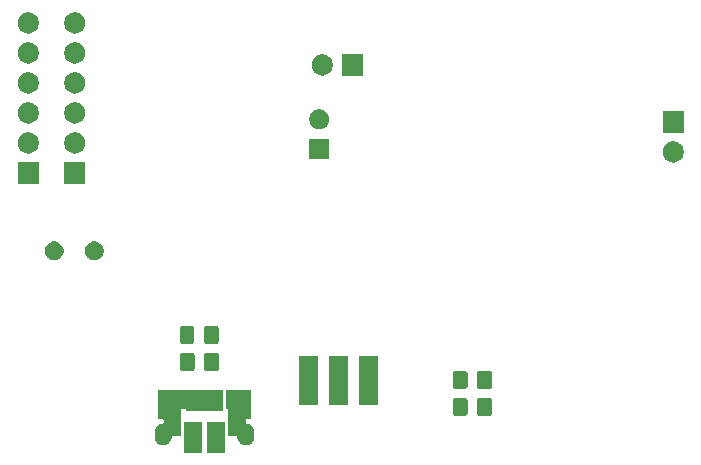
<source format=gts>
G04 #@! TF.GenerationSoftware,KiCad,Pcbnew,(5.1.6)-1*
G04 #@! TF.CreationDate,2020-11-25T09:48:42+01:00*
G04 #@! TF.ProjectId,Power_module_v1,506f7765-725f-46d6-9f64-756c655f7631,rev?*
G04 #@! TF.SameCoordinates,Original*
G04 #@! TF.FileFunction,Soldermask,Top*
G04 #@! TF.FilePolarity,Negative*
%FSLAX46Y46*%
G04 Gerber Fmt 4.6, Leading zero omitted, Abs format (unit mm)*
G04 Created by KiCad (PCBNEW (5.1.6)-1) date 2020-11-25 09:48:42*
%MOMM*%
%LPD*%
G01*
G04 APERTURE LIST*
%ADD10C,0.150000*%
G04 APERTURE END LIST*
D10*
G36*
X112914900Y-108047740D02*
G01*
X111382900Y-108047740D01*
X111382900Y-105445740D01*
X112914900Y-105445740D01*
X112914900Y-108047740D01*
G37*
G36*
X110994900Y-108047740D02*
G01*
X109462900Y-108047740D01*
X109462900Y-105445740D01*
X110994900Y-105445740D01*
X110994900Y-108047740D01*
G37*
G36*
X108886717Y-102684436D02*
G01*
X108906234Y-102690357D01*
X108930267Y-102695138D01*
X108942520Y-102695740D01*
X109440659Y-102695740D01*
X109445453Y-102699674D01*
X109467064Y-102711225D01*
X109490513Y-102718338D01*
X109514899Y-102720740D01*
X112739900Y-102720740D01*
X112739900Y-104472740D01*
X109637900Y-104472740D01*
X109637900Y-104422739D01*
X109635498Y-104398353D01*
X109628385Y-104374904D01*
X109616834Y-104353293D01*
X109601289Y-104334351D01*
X109582347Y-104318806D01*
X109560736Y-104307255D01*
X109537287Y-104300142D01*
X109512901Y-104297740D01*
X109327399Y-104297740D01*
X109303013Y-104300142D01*
X109279564Y-104307255D01*
X109257953Y-104318806D01*
X109239011Y-104334351D01*
X109223466Y-104353293D01*
X109211915Y-104374904D01*
X109204802Y-104398353D01*
X109202400Y-104422739D01*
X109202400Y-105259965D01*
X109194415Y-105274904D01*
X109187302Y-105298353D01*
X109184900Y-105322739D01*
X109184900Y-106597740D01*
X108537023Y-106597740D01*
X108512637Y-106600142D01*
X108489188Y-106607255D01*
X108467577Y-106618806D01*
X108448635Y-106634351D01*
X108433090Y-106653293D01*
X108421539Y-106674904D01*
X108412626Y-106710487D01*
X108404395Y-106794060D01*
X108373683Y-106895304D01*
X108362880Y-106930916D01*
X108295468Y-107057034D01*
X108204743Y-107167583D01*
X108094194Y-107258308D01*
X107968075Y-107325720D01*
X107968072Y-107325721D01*
X107831221Y-107367235D01*
X107688900Y-107381252D01*
X107546580Y-107367235D01*
X107409729Y-107325721D01*
X107409726Y-107325720D01*
X107283607Y-107258308D01*
X107173058Y-107167583D01*
X107082332Y-107057034D01*
X107014920Y-106930915D01*
X107014919Y-106930912D01*
X106973405Y-106794061D01*
X106962900Y-106687399D01*
X106962900Y-106266082D01*
X106973405Y-106159420D01*
X107014919Y-106022569D01*
X107014920Y-106022566D01*
X107082332Y-105896447D01*
X107173058Y-105785897D01*
X107283606Y-105695172D01*
X107409725Y-105627760D01*
X107409728Y-105627759D01*
X107546579Y-105586245D01*
X107620155Y-105578999D01*
X107644186Y-105574219D01*
X107666825Y-105564841D01*
X107687199Y-105551228D01*
X107704526Y-105533901D01*
X107718140Y-105513526D01*
X107727518Y-105490887D01*
X107732298Y-105466854D01*
X107732900Y-105454602D01*
X107732900Y-105322739D01*
X107730498Y-105298353D01*
X107723385Y-105274904D01*
X107711834Y-105253293D01*
X107696289Y-105234351D01*
X107677347Y-105218806D01*
X107655736Y-105207255D01*
X107632287Y-105200142D01*
X107607901Y-105197740D01*
X107275400Y-105197740D01*
X107275400Y-104324161D01*
X107278385Y-104318576D01*
X107285498Y-104295127D01*
X107287900Y-104270741D01*
X107287900Y-102695740D01*
X108595279Y-102695740D01*
X108619665Y-102693338D01*
X108631565Y-102690357D01*
X108651082Y-102684436D01*
X108768900Y-102672833D01*
X108886717Y-102684436D01*
G37*
G36*
X113632307Y-102675138D02*
G01*
X113644559Y-102675740D01*
X115139900Y-102675740D01*
X115139900Y-104270741D01*
X115142302Y-104295127D01*
X115149415Y-104318576D01*
X115152400Y-104324161D01*
X115152400Y-105197740D01*
X114789899Y-105197740D01*
X114765513Y-105200142D01*
X114742064Y-105207255D01*
X114720453Y-105218806D01*
X114701511Y-105234351D01*
X114685966Y-105253293D01*
X114674415Y-105274904D01*
X114667302Y-105298353D01*
X114664900Y-105322739D01*
X114664900Y-105456572D01*
X114667302Y-105480958D01*
X114674415Y-105504407D01*
X114685966Y-105526018D01*
X114701511Y-105544960D01*
X114720453Y-105560505D01*
X114742064Y-105572056D01*
X114765513Y-105579169D01*
X114777640Y-105580968D01*
X114831220Y-105586245D01*
X114968071Y-105627759D01*
X114968074Y-105627760D01*
X115094193Y-105695172D01*
X115204743Y-105785898D01*
X115295468Y-105896446D01*
X115362880Y-106022565D01*
X115362880Y-106022566D01*
X115362881Y-106022568D01*
X115404395Y-106159419D01*
X115414900Y-106266081D01*
X115414900Y-106687398D01*
X115404395Y-106794060D01*
X115373683Y-106895304D01*
X115362880Y-106930916D01*
X115295468Y-107057034D01*
X115204743Y-107167583D01*
X115094194Y-107258308D01*
X114968075Y-107325720D01*
X114968072Y-107325721D01*
X114831221Y-107367235D01*
X114688900Y-107381252D01*
X114546580Y-107367235D01*
X114409729Y-107325721D01*
X114409726Y-107325720D01*
X114283607Y-107258308D01*
X114173058Y-107167583D01*
X114082332Y-107057034D01*
X114014920Y-106930915D01*
X114014919Y-106930912D01*
X113973405Y-106794061D01*
X113965174Y-106710486D01*
X113960394Y-106686454D01*
X113951016Y-106663815D01*
X113937403Y-106643441D01*
X113920076Y-106626113D01*
X113899701Y-106612500D01*
X113877062Y-106603122D01*
X113853029Y-106598342D01*
X113840777Y-106597740D01*
X113212900Y-106597740D01*
X113212900Y-104402739D01*
X113210498Y-104378353D01*
X113203385Y-104354904D01*
X113191834Y-104333293D01*
X113176289Y-104314351D01*
X113157347Y-104298806D01*
X113135736Y-104287255D01*
X113112287Y-104280142D01*
X113087901Y-104277740D01*
X113037900Y-104277740D01*
X113037900Y-103883326D01*
X113035498Y-103858940D01*
X113032517Y-103847040D01*
X113016596Y-103794558D01*
X113007900Y-103706259D01*
X113007900Y-103247222D01*
X113016596Y-103158923D01*
X113032517Y-103106441D01*
X113037298Y-103082408D01*
X113037900Y-103070155D01*
X113037900Y-102675740D01*
X113573241Y-102675740D01*
X113585493Y-102675138D01*
X113608900Y-102672833D01*
X113632307Y-102675138D01*
G37*
G36*
X133296674Y-103393465D02*
G01*
X133334367Y-103404899D01*
X133369103Y-103423466D01*
X133399548Y-103448452D01*
X133424534Y-103478897D01*
X133443101Y-103513633D01*
X133454535Y-103551326D01*
X133459000Y-103596661D01*
X133459000Y-104683339D01*
X133454535Y-104728674D01*
X133443101Y-104766367D01*
X133424534Y-104801103D01*
X133399548Y-104831548D01*
X133369103Y-104856534D01*
X133334367Y-104875101D01*
X133296674Y-104886535D01*
X133251339Y-104891000D01*
X132414661Y-104891000D01*
X132369326Y-104886535D01*
X132331633Y-104875101D01*
X132296897Y-104856534D01*
X132266452Y-104831548D01*
X132241466Y-104801103D01*
X132222899Y-104766367D01*
X132211465Y-104728674D01*
X132207000Y-104683339D01*
X132207000Y-103596661D01*
X132211465Y-103551326D01*
X132222899Y-103513633D01*
X132241466Y-103478897D01*
X132266452Y-103448452D01*
X132296897Y-103423466D01*
X132331633Y-103404899D01*
X132369326Y-103393465D01*
X132414661Y-103389000D01*
X133251339Y-103389000D01*
X133296674Y-103393465D01*
G37*
G36*
X135346674Y-103393465D02*
G01*
X135384367Y-103404899D01*
X135419103Y-103423466D01*
X135449548Y-103448452D01*
X135474534Y-103478897D01*
X135493101Y-103513633D01*
X135504535Y-103551326D01*
X135509000Y-103596661D01*
X135509000Y-104683339D01*
X135504535Y-104728674D01*
X135493101Y-104766367D01*
X135474534Y-104801103D01*
X135449548Y-104831548D01*
X135419103Y-104856534D01*
X135384367Y-104875101D01*
X135346674Y-104886535D01*
X135301339Y-104891000D01*
X134464661Y-104891000D01*
X134419326Y-104886535D01*
X134381633Y-104875101D01*
X134346897Y-104856534D01*
X134316452Y-104831548D01*
X134291466Y-104801103D01*
X134272899Y-104766367D01*
X134261465Y-104728674D01*
X134257000Y-104683339D01*
X134257000Y-103596661D01*
X134261465Y-103551326D01*
X134272899Y-103513633D01*
X134291466Y-103478897D01*
X134316452Y-103448452D01*
X134346897Y-103423466D01*
X134381633Y-103404899D01*
X134419326Y-103393465D01*
X134464661Y-103389000D01*
X135301339Y-103389000D01*
X135346674Y-103393465D01*
G37*
G36*
X120782280Y-103963420D02*
G01*
X119156280Y-103963420D01*
X119156280Y-99861420D01*
X120782280Y-99861420D01*
X120782280Y-103963420D01*
G37*
G36*
X123322280Y-103963420D02*
G01*
X121696280Y-103963420D01*
X121696280Y-99861420D01*
X123322280Y-99861420D01*
X123322280Y-103963420D01*
G37*
G36*
X125862280Y-103963420D02*
G01*
X124236280Y-103963420D01*
X124236280Y-99861420D01*
X125862280Y-99861420D01*
X125862280Y-103963420D01*
G37*
G36*
X135346674Y-101107465D02*
G01*
X135384367Y-101118899D01*
X135419103Y-101137466D01*
X135449548Y-101162452D01*
X135474534Y-101192897D01*
X135493101Y-101227633D01*
X135504535Y-101265326D01*
X135509000Y-101310661D01*
X135509000Y-102397339D01*
X135504535Y-102442674D01*
X135493101Y-102480367D01*
X135474534Y-102515103D01*
X135449548Y-102545548D01*
X135419103Y-102570534D01*
X135384367Y-102589101D01*
X135346674Y-102600535D01*
X135301339Y-102605000D01*
X134464661Y-102605000D01*
X134419326Y-102600535D01*
X134381633Y-102589101D01*
X134346897Y-102570534D01*
X134316452Y-102545548D01*
X134291466Y-102515103D01*
X134272899Y-102480367D01*
X134261465Y-102442674D01*
X134257000Y-102397339D01*
X134257000Y-101310661D01*
X134261465Y-101265326D01*
X134272899Y-101227633D01*
X134291466Y-101192897D01*
X134316452Y-101162452D01*
X134346897Y-101137466D01*
X134381633Y-101118899D01*
X134419326Y-101107465D01*
X134464661Y-101103000D01*
X135301339Y-101103000D01*
X135346674Y-101107465D01*
G37*
G36*
X133296674Y-101107465D02*
G01*
X133334367Y-101118899D01*
X133369103Y-101137466D01*
X133399548Y-101162452D01*
X133424534Y-101192897D01*
X133443101Y-101227633D01*
X133454535Y-101265326D01*
X133459000Y-101310661D01*
X133459000Y-102397339D01*
X133454535Y-102442674D01*
X133443101Y-102480367D01*
X133424534Y-102515103D01*
X133399548Y-102545548D01*
X133369103Y-102570534D01*
X133334367Y-102589101D01*
X133296674Y-102600535D01*
X133251339Y-102605000D01*
X132414661Y-102605000D01*
X132369326Y-102600535D01*
X132331633Y-102589101D01*
X132296897Y-102570534D01*
X132266452Y-102545548D01*
X132241466Y-102515103D01*
X132222899Y-102480367D01*
X132211465Y-102442674D01*
X132207000Y-102397339D01*
X132207000Y-101310661D01*
X132211465Y-101265326D01*
X132222899Y-101227633D01*
X132241466Y-101192897D01*
X132266452Y-101162452D01*
X132296897Y-101137466D01*
X132331633Y-101118899D01*
X132369326Y-101107465D01*
X132414661Y-101103000D01*
X133251339Y-101103000D01*
X133296674Y-101107465D01*
G37*
G36*
X112241674Y-99583465D02*
G01*
X112279367Y-99594899D01*
X112314103Y-99613466D01*
X112344548Y-99638452D01*
X112369534Y-99668897D01*
X112388101Y-99703633D01*
X112399535Y-99741326D01*
X112404000Y-99786661D01*
X112404000Y-100873339D01*
X112399535Y-100918674D01*
X112388101Y-100956367D01*
X112369534Y-100991103D01*
X112344548Y-101021548D01*
X112314103Y-101046534D01*
X112279367Y-101065101D01*
X112241674Y-101076535D01*
X112196339Y-101081000D01*
X111359661Y-101081000D01*
X111314326Y-101076535D01*
X111276633Y-101065101D01*
X111241897Y-101046534D01*
X111211452Y-101021548D01*
X111186466Y-100991103D01*
X111167899Y-100956367D01*
X111156465Y-100918674D01*
X111152000Y-100873339D01*
X111152000Y-99786661D01*
X111156465Y-99741326D01*
X111167899Y-99703633D01*
X111186466Y-99668897D01*
X111211452Y-99638452D01*
X111241897Y-99613466D01*
X111276633Y-99594899D01*
X111314326Y-99583465D01*
X111359661Y-99579000D01*
X112196339Y-99579000D01*
X112241674Y-99583465D01*
G37*
G36*
X110191674Y-99583465D02*
G01*
X110229367Y-99594899D01*
X110264103Y-99613466D01*
X110294548Y-99638452D01*
X110319534Y-99668897D01*
X110338101Y-99703633D01*
X110349535Y-99741326D01*
X110354000Y-99786661D01*
X110354000Y-100873339D01*
X110349535Y-100918674D01*
X110338101Y-100956367D01*
X110319534Y-100991103D01*
X110294548Y-101021548D01*
X110264103Y-101046534D01*
X110229367Y-101065101D01*
X110191674Y-101076535D01*
X110146339Y-101081000D01*
X109309661Y-101081000D01*
X109264326Y-101076535D01*
X109226633Y-101065101D01*
X109191897Y-101046534D01*
X109161452Y-101021548D01*
X109136466Y-100991103D01*
X109117899Y-100956367D01*
X109106465Y-100918674D01*
X109102000Y-100873339D01*
X109102000Y-99786661D01*
X109106465Y-99741326D01*
X109117899Y-99703633D01*
X109136466Y-99668897D01*
X109161452Y-99638452D01*
X109191897Y-99613466D01*
X109226633Y-99594899D01*
X109264326Y-99583465D01*
X109309661Y-99579000D01*
X110146339Y-99579000D01*
X110191674Y-99583465D01*
G37*
G36*
X110173674Y-97297465D02*
G01*
X110211367Y-97308899D01*
X110246103Y-97327466D01*
X110276548Y-97352452D01*
X110301534Y-97382897D01*
X110320101Y-97417633D01*
X110331535Y-97455326D01*
X110336000Y-97500661D01*
X110336000Y-98587339D01*
X110331535Y-98632674D01*
X110320101Y-98670367D01*
X110301534Y-98705103D01*
X110276548Y-98735548D01*
X110246103Y-98760534D01*
X110211367Y-98779101D01*
X110173674Y-98790535D01*
X110128339Y-98795000D01*
X109291661Y-98795000D01*
X109246326Y-98790535D01*
X109208633Y-98779101D01*
X109173897Y-98760534D01*
X109143452Y-98735548D01*
X109118466Y-98705103D01*
X109099899Y-98670367D01*
X109088465Y-98632674D01*
X109084000Y-98587339D01*
X109084000Y-97500661D01*
X109088465Y-97455326D01*
X109099899Y-97417633D01*
X109118466Y-97382897D01*
X109143452Y-97352452D01*
X109173897Y-97327466D01*
X109208633Y-97308899D01*
X109246326Y-97297465D01*
X109291661Y-97293000D01*
X110128339Y-97293000D01*
X110173674Y-97297465D01*
G37*
G36*
X112223674Y-97297465D02*
G01*
X112261367Y-97308899D01*
X112296103Y-97327466D01*
X112326548Y-97352452D01*
X112351534Y-97382897D01*
X112370101Y-97417633D01*
X112381535Y-97455326D01*
X112386000Y-97500661D01*
X112386000Y-98587339D01*
X112381535Y-98632674D01*
X112370101Y-98670367D01*
X112351534Y-98705103D01*
X112326548Y-98735548D01*
X112296103Y-98760534D01*
X112261367Y-98779101D01*
X112223674Y-98790535D01*
X112178339Y-98795000D01*
X111341661Y-98795000D01*
X111296326Y-98790535D01*
X111258633Y-98779101D01*
X111223897Y-98760534D01*
X111193452Y-98735548D01*
X111168466Y-98705103D01*
X111149899Y-98670367D01*
X111138465Y-98632674D01*
X111134000Y-98587339D01*
X111134000Y-97500661D01*
X111138465Y-97455326D01*
X111149899Y-97417633D01*
X111168466Y-97382897D01*
X111193452Y-97352452D01*
X111223897Y-97327466D01*
X111258633Y-97308899D01*
X111296326Y-97297465D01*
X111341661Y-97293000D01*
X112178339Y-97293000D01*
X112223674Y-97297465D01*
G37*
G36*
X102087642Y-90161781D02*
G01*
X102233414Y-90222162D01*
X102233416Y-90222163D01*
X102364608Y-90309822D01*
X102476178Y-90421392D01*
X102563837Y-90552584D01*
X102563838Y-90552586D01*
X102624219Y-90698358D01*
X102655000Y-90853107D01*
X102655000Y-91010893D01*
X102624219Y-91165642D01*
X102563838Y-91311414D01*
X102563837Y-91311416D01*
X102476178Y-91442608D01*
X102364608Y-91554178D01*
X102233416Y-91641837D01*
X102233415Y-91641838D01*
X102233414Y-91641838D01*
X102087642Y-91702219D01*
X101932893Y-91733000D01*
X101775107Y-91733000D01*
X101620358Y-91702219D01*
X101474586Y-91641838D01*
X101474585Y-91641838D01*
X101474584Y-91641837D01*
X101343392Y-91554178D01*
X101231822Y-91442608D01*
X101144163Y-91311416D01*
X101144162Y-91311414D01*
X101083781Y-91165642D01*
X101053000Y-91010893D01*
X101053000Y-90853107D01*
X101083781Y-90698358D01*
X101144162Y-90552586D01*
X101144163Y-90552584D01*
X101231822Y-90421392D01*
X101343392Y-90309822D01*
X101474584Y-90222163D01*
X101474586Y-90222162D01*
X101620358Y-90161781D01*
X101775107Y-90131000D01*
X101932893Y-90131000D01*
X102087642Y-90161781D01*
G37*
G36*
X98687642Y-90161781D02*
G01*
X98833414Y-90222162D01*
X98833416Y-90222163D01*
X98964608Y-90309822D01*
X99076178Y-90421392D01*
X99163837Y-90552584D01*
X99163838Y-90552586D01*
X99224219Y-90698358D01*
X99255000Y-90853107D01*
X99255000Y-91010893D01*
X99224219Y-91165642D01*
X99163838Y-91311414D01*
X99163837Y-91311416D01*
X99076178Y-91442608D01*
X98964608Y-91554178D01*
X98833416Y-91641837D01*
X98833415Y-91641838D01*
X98833414Y-91641838D01*
X98687642Y-91702219D01*
X98532893Y-91733000D01*
X98375107Y-91733000D01*
X98220358Y-91702219D01*
X98074586Y-91641838D01*
X98074585Y-91641838D01*
X98074584Y-91641837D01*
X97943392Y-91554178D01*
X97831822Y-91442608D01*
X97744163Y-91311416D01*
X97744162Y-91311414D01*
X97683781Y-91165642D01*
X97653000Y-91010893D01*
X97653000Y-90853107D01*
X97683781Y-90698358D01*
X97744162Y-90552586D01*
X97744163Y-90552584D01*
X97831822Y-90421392D01*
X97943392Y-90309822D01*
X98074584Y-90222163D01*
X98074586Y-90222162D01*
X98220358Y-90161781D01*
X98375107Y-90131000D01*
X98532893Y-90131000D01*
X98687642Y-90161781D01*
G37*
G36*
X101104000Y-85229000D02*
G01*
X99302000Y-85229000D01*
X99302000Y-83427000D01*
X101104000Y-83427000D01*
X101104000Y-85229000D01*
G37*
G36*
X97167000Y-85229000D02*
G01*
X95365000Y-85229000D01*
X95365000Y-83427000D01*
X97167000Y-83427000D01*
X97167000Y-85229000D01*
G37*
G36*
X150989512Y-81653927D02*
G01*
X151138812Y-81683624D01*
X151302784Y-81751544D01*
X151450354Y-81850147D01*
X151575853Y-81975646D01*
X151674456Y-82123216D01*
X151742376Y-82287188D01*
X151777000Y-82461259D01*
X151777000Y-82638741D01*
X151742376Y-82812812D01*
X151674456Y-82976784D01*
X151575853Y-83124354D01*
X151450354Y-83249853D01*
X151302784Y-83348456D01*
X151138812Y-83416376D01*
X150989512Y-83446073D01*
X150964742Y-83451000D01*
X150787258Y-83451000D01*
X150762488Y-83446073D01*
X150613188Y-83416376D01*
X150449216Y-83348456D01*
X150301646Y-83249853D01*
X150176147Y-83124354D01*
X150077544Y-82976784D01*
X150009624Y-82812812D01*
X149975000Y-82638741D01*
X149975000Y-82461259D01*
X150009624Y-82287188D01*
X150077544Y-82123216D01*
X150176147Y-81975646D01*
X150301646Y-81850147D01*
X150449216Y-81751544D01*
X150613188Y-81683624D01*
X150762488Y-81653927D01*
X150787258Y-81649000D01*
X150964742Y-81649000D01*
X150989512Y-81653927D01*
G37*
G36*
X121755000Y-83147000D02*
G01*
X120053000Y-83147000D01*
X120053000Y-81445000D01*
X121755000Y-81445000D01*
X121755000Y-83147000D01*
G37*
G36*
X96379512Y-80891927D02*
G01*
X96528812Y-80921624D01*
X96692784Y-80989544D01*
X96840354Y-81088147D01*
X96965853Y-81213646D01*
X97064456Y-81361216D01*
X97132376Y-81525188D01*
X97167000Y-81699259D01*
X97167000Y-81876741D01*
X97132376Y-82050812D01*
X97064456Y-82214784D01*
X96965853Y-82362354D01*
X96840354Y-82487853D01*
X96692784Y-82586456D01*
X96528812Y-82654376D01*
X96379512Y-82684073D01*
X96354742Y-82689000D01*
X96177258Y-82689000D01*
X96152488Y-82684073D01*
X96003188Y-82654376D01*
X95839216Y-82586456D01*
X95691646Y-82487853D01*
X95566147Y-82362354D01*
X95467544Y-82214784D01*
X95399624Y-82050812D01*
X95365000Y-81876741D01*
X95365000Y-81699259D01*
X95399624Y-81525188D01*
X95467544Y-81361216D01*
X95566147Y-81213646D01*
X95691646Y-81088147D01*
X95839216Y-80989544D01*
X96003188Y-80921624D01*
X96152488Y-80891927D01*
X96177258Y-80887000D01*
X96354742Y-80887000D01*
X96379512Y-80891927D01*
G37*
G36*
X100316512Y-80891927D02*
G01*
X100465812Y-80921624D01*
X100629784Y-80989544D01*
X100777354Y-81088147D01*
X100902853Y-81213646D01*
X101001456Y-81361216D01*
X101069376Y-81525188D01*
X101104000Y-81699259D01*
X101104000Y-81876741D01*
X101069376Y-82050812D01*
X101001456Y-82214784D01*
X100902853Y-82362354D01*
X100777354Y-82487853D01*
X100629784Y-82586456D01*
X100465812Y-82654376D01*
X100316512Y-82684073D01*
X100291742Y-82689000D01*
X100114258Y-82689000D01*
X100089488Y-82684073D01*
X99940188Y-82654376D01*
X99776216Y-82586456D01*
X99628646Y-82487853D01*
X99503147Y-82362354D01*
X99404544Y-82214784D01*
X99336624Y-82050812D01*
X99302000Y-81876741D01*
X99302000Y-81699259D01*
X99336624Y-81525188D01*
X99404544Y-81361216D01*
X99503147Y-81213646D01*
X99628646Y-81088147D01*
X99776216Y-80989544D01*
X99940188Y-80921624D01*
X100089488Y-80891927D01*
X100114258Y-80887000D01*
X100291742Y-80887000D01*
X100316512Y-80891927D01*
G37*
G36*
X151777000Y-80911000D02*
G01*
X149975000Y-80911000D01*
X149975000Y-79109000D01*
X151777000Y-79109000D01*
X151777000Y-80911000D01*
G37*
G36*
X121152228Y-78977703D02*
G01*
X121307100Y-79041853D01*
X121446481Y-79134985D01*
X121565015Y-79253519D01*
X121658147Y-79392900D01*
X121722297Y-79547772D01*
X121755000Y-79712184D01*
X121755000Y-79879816D01*
X121722297Y-80044228D01*
X121658147Y-80199100D01*
X121565015Y-80338481D01*
X121446481Y-80457015D01*
X121307100Y-80550147D01*
X121152228Y-80614297D01*
X120987816Y-80647000D01*
X120820184Y-80647000D01*
X120655772Y-80614297D01*
X120500900Y-80550147D01*
X120361519Y-80457015D01*
X120242985Y-80338481D01*
X120149853Y-80199100D01*
X120085703Y-80044228D01*
X120053000Y-79879816D01*
X120053000Y-79712184D01*
X120085703Y-79547772D01*
X120149853Y-79392900D01*
X120242985Y-79253519D01*
X120361519Y-79134985D01*
X120500900Y-79041853D01*
X120655772Y-78977703D01*
X120820184Y-78945000D01*
X120987816Y-78945000D01*
X121152228Y-78977703D01*
G37*
G36*
X96379512Y-78351927D02*
G01*
X96528812Y-78381624D01*
X96692784Y-78449544D01*
X96840354Y-78548147D01*
X96965853Y-78673646D01*
X97064456Y-78821216D01*
X97132376Y-78985188D01*
X97167000Y-79159259D01*
X97167000Y-79336741D01*
X97132376Y-79510812D01*
X97064456Y-79674784D01*
X96965853Y-79822354D01*
X96840354Y-79947853D01*
X96692784Y-80046456D01*
X96528812Y-80114376D01*
X96379512Y-80144073D01*
X96354742Y-80149000D01*
X96177258Y-80149000D01*
X96152488Y-80144073D01*
X96003188Y-80114376D01*
X95839216Y-80046456D01*
X95691646Y-79947853D01*
X95566147Y-79822354D01*
X95467544Y-79674784D01*
X95399624Y-79510812D01*
X95365000Y-79336741D01*
X95365000Y-79159259D01*
X95399624Y-78985188D01*
X95467544Y-78821216D01*
X95566147Y-78673646D01*
X95691646Y-78548147D01*
X95839216Y-78449544D01*
X96003188Y-78381624D01*
X96152488Y-78351927D01*
X96177258Y-78347000D01*
X96354742Y-78347000D01*
X96379512Y-78351927D01*
G37*
G36*
X100316512Y-78351927D02*
G01*
X100465812Y-78381624D01*
X100629784Y-78449544D01*
X100777354Y-78548147D01*
X100902853Y-78673646D01*
X101001456Y-78821216D01*
X101069376Y-78985188D01*
X101104000Y-79159259D01*
X101104000Y-79336741D01*
X101069376Y-79510812D01*
X101001456Y-79674784D01*
X100902853Y-79822354D01*
X100777354Y-79947853D01*
X100629784Y-80046456D01*
X100465812Y-80114376D01*
X100316512Y-80144073D01*
X100291742Y-80149000D01*
X100114258Y-80149000D01*
X100089488Y-80144073D01*
X99940188Y-80114376D01*
X99776216Y-80046456D01*
X99628646Y-79947853D01*
X99503147Y-79822354D01*
X99404544Y-79674784D01*
X99336624Y-79510812D01*
X99302000Y-79336741D01*
X99302000Y-79159259D01*
X99336624Y-78985188D01*
X99404544Y-78821216D01*
X99503147Y-78673646D01*
X99628646Y-78548147D01*
X99776216Y-78449544D01*
X99940188Y-78381624D01*
X100089488Y-78351927D01*
X100114258Y-78347000D01*
X100291742Y-78347000D01*
X100316512Y-78351927D01*
G37*
G36*
X96379512Y-75811927D02*
G01*
X96528812Y-75841624D01*
X96692784Y-75909544D01*
X96840354Y-76008147D01*
X96965853Y-76133646D01*
X97064456Y-76281216D01*
X97132376Y-76445188D01*
X97167000Y-76619259D01*
X97167000Y-76796741D01*
X97132376Y-76970812D01*
X97064456Y-77134784D01*
X96965853Y-77282354D01*
X96840354Y-77407853D01*
X96692784Y-77506456D01*
X96528812Y-77574376D01*
X96379512Y-77604073D01*
X96354742Y-77609000D01*
X96177258Y-77609000D01*
X96152488Y-77604073D01*
X96003188Y-77574376D01*
X95839216Y-77506456D01*
X95691646Y-77407853D01*
X95566147Y-77282354D01*
X95467544Y-77134784D01*
X95399624Y-76970812D01*
X95365000Y-76796741D01*
X95365000Y-76619259D01*
X95399624Y-76445188D01*
X95467544Y-76281216D01*
X95566147Y-76133646D01*
X95691646Y-76008147D01*
X95839216Y-75909544D01*
X96003188Y-75841624D01*
X96152488Y-75811927D01*
X96177258Y-75807000D01*
X96354742Y-75807000D01*
X96379512Y-75811927D01*
G37*
G36*
X100316512Y-75811927D02*
G01*
X100465812Y-75841624D01*
X100629784Y-75909544D01*
X100777354Y-76008147D01*
X100902853Y-76133646D01*
X101001456Y-76281216D01*
X101069376Y-76445188D01*
X101104000Y-76619259D01*
X101104000Y-76796741D01*
X101069376Y-76970812D01*
X101001456Y-77134784D01*
X100902853Y-77282354D01*
X100777354Y-77407853D01*
X100629784Y-77506456D01*
X100465812Y-77574376D01*
X100316512Y-77604073D01*
X100291742Y-77609000D01*
X100114258Y-77609000D01*
X100089488Y-77604073D01*
X99940188Y-77574376D01*
X99776216Y-77506456D01*
X99628646Y-77407853D01*
X99503147Y-77282354D01*
X99404544Y-77134784D01*
X99336624Y-76970812D01*
X99302000Y-76796741D01*
X99302000Y-76619259D01*
X99336624Y-76445188D01*
X99404544Y-76281216D01*
X99503147Y-76133646D01*
X99628646Y-76008147D01*
X99776216Y-75909544D01*
X99940188Y-75841624D01*
X100089488Y-75811927D01*
X100114258Y-75807000D01*
X100291742Y-75807000D01*
X100316512Y-75811927D01*
G37*
G36*
X121271512Y-74287927D02*
G01*
X121420812Y-74317624D01*
X121584784Y-74385544D01*
X121732354Y-74484147D01*
X121857853Y-74609646D01*
X121956456Y-74757216D01*
X122024376Y-74921188D01*
X122059000Y-75095259D01*
X122059000Y-75272741D01*
X122024376Y-75446812D01*
X121956456Y-75610784D01*
X121857853Y-75758354D01*
X121732354Y-75883853D01*
X121584784Y-75982456D01*
X121420812Y-76050376D01*
X121271512Y-76080073D01*
X121246742Y-76085000D01*
X121069258Y-76085000D01*
X121044488Y-76080073D01*
X120895188Y-76050376D01*
X120731216Y-75982456D01*
X120583646Y-75883853D01*
X120458147Y-75758354D01*
X120359544Y-75610784D01*
X120291624Y-75446812D01*
X120257000Y-75272741D01*
X120257000Y-75095259D01*
X120291624Y-74921188D01*
X120359544Y-74757216D01*
X120458147Y-74609646D01*
X120583646Y-74484147D01*
X120731216Y-74385544D01*
X120895188Y-74317624D01*
X121044488Y-74287927D01*
X121069258Y-74283000D01*
X121246742Y-74283000D01*
X121271512Y-74287927D01*
G37*
G36*
X124599000Y-76085000D02*
G01*
X122797000Y-76085000D01*
X122797000Y-74283000D01*
X124599000Y-74283000D01*
X124599000Y-76085000D01*
G37*
G36*
X100316512Y-73271927D02*
G01*
X100465812Y-73301624D01*
X100629784Y-73369544D01*
X100777354Y-73468147D01*
X100902853Y-73593646D01*
X101001456Y-73741216D01*
X101069376Y-73905188D01*
X101104000Y-74079259D01*
X101104000Y-74256741D01*
X101069376Y-74430812D01*
X101001456Y-74594784D01*
X100902853Y-74742354D01*
X100777354Y-74867853D01*
X100629784Y-74966456D01*
X100465812Y-75034376D01*
X100316512Y-75064073D01*
X100291742Y-75069000D01*
X100114258Y-75069000D01*
X100089488Y-75064073D01*
X99940188Y-75034376D01*
X99776216Y-74966456D01*
X99628646Y-74867853D01*
X99503147Y-74742354D01*
X99404544Y-74594784D01*
X99336624Y-74430812D01*
X99302000Y-74256741D01*
X99302000Y-74079259D01*
X99336624Y-73905188D01*
X99404544Y-73741216D01*
X99503147Y-73593646D01*
X99628646Y-73468147D01*
X99776216Y-73369544D01*
X99940188Y-73301624D01*
X100089488Y-73271927D01*
X100114258Y-73267000D01*
X100291742Y-73267000D01*
X100316512Y-73271927D01*
G37*
G36*
X96379512Y-73271927D02*
G01*
X96528812Y-73301624D01*
X96692784Y-73369544D01*
X96840354Y-73468147D01*
X96965853Y-73593646D01*
X97064456Y-73741216D01*
X97132376Y-73905188D01*
X97167000Y-74079259D01*
X97167000Y-74256741D01*
X97132376Y-74430812D01*
X97064456Y-74594784D01*
X96965853Y-74742354D01*
X96840354Y-74867853D01*
X96692784Y-74966456D01*
X96528812Y-75034376D01*
X96379512Y-75064073D01*
X96354742Y-75069000D01*
X96177258Y-75069000D01*
X96152488Y-75064073D01*
X96003188Y-75034376D01*
X95839216Y-74966456D01*
X95691646Y-74867853D01*
X95566147Y-74742354D01*
X95467544Y-74594784D01*
X95399624Y-74430812D01*
X95365000Y-74256741D01*
X95365000Y-74079259D01*
X95399624Y-73905188D01*
X95467544Y-73741216D01*
X95566147Y-73593646D01*
X95691646Y-73468147D01*
X95839216Y-73369544D01*
X96003188Y-73301624D01*
X96152488Y-73271927D01*
X96177258Y-73267000D01*
X96354742Y-73267000D01*
X96379512Y-73271927D01*
G37*
G36*
X100316512Y-70731927D02*
G01*
X100465812Y-70761624D01*
X100629784Y-70829544D01*
X100777354Y-70928147D01*
X100902853Y-71053646D01*
X101001456Y-71201216D01*
X101069376Y-71365188D01*
X101104000Y-71539259D01*
X101104000Y-71716741D01*
X101069376Y-71890812D01*
X101001456Y-72054784D01*
X100902853Y-72202354D01*
X100777354Y-72327853D01*
X100629784Y-72426456D01*
X100465812Y-72494376D01*
X100316512Y-72524073D01*
X100291742Y-72529000D01*
X100114258Y-72529000D01*
X100089488Y-72524073D01*
X99940188Y-72494376D01*
X99776216Y-72426456D01*
X99628646Y-72327853D01*
X99503147Y-72202354D01*
X99404544Y-72054784D01*
X99336624Y-71890812D01*
X99302000Y-71716741D01*
X99302000Y-71539259D01*
X99336624Y-71365188D01*
X99404544Y-71201216D01*
X99503147Y-71053646D01*
X99628646Y-70928147D01*
X99776216Y-70829544D01*
X99940188Y-70761624D01*
X100089488Y-70731927D01*
X100114258Y-70727000D01*
X100291742Y-70727000D01*
X100316512Y-70731927D01*
G37*
G36*
X96379512Y-70731927D02*
G01*
X96528812Y-70761624D01*
X96692784Y-70829544D01*
X96840354Y-70928147D01*
X96965853Y-71053646D01*
X97064456Y-71201216D01*
X97132376Y-71365188D01*
X97167000Y-71539259D01*
X97167000Y-71716741D01*
X97132376Y-71890812D01*
X97064456Y-72054784D01*
X96965853Y-72202354D01*
X96840354Y-72327853D01*
X96692784Y-72426456D01*
X96528812Y-72494376D01*
X96379512Y-72524073D01*
X96354742Y-72529000D01*
X96177258Y-72529000D01*
X96152488Y-72524073D01*
X96003188Y-72494376D01*
X95839216Y-72426456D01*
X95691646Y-72327853D01*
X95566147Y-72202354D01*
X95467544Y-72054784D01*
X95399624Y-71890812D01*
X95365000Y-71716741D01*
X95365000Y-71539259D01*
X95399624Y-71365188D01*
X95467544Y-71201216D01*
X95566147Y-71053646D01*
X95691646Y-70928147D01*
X95839216Y-70829544D01*
X96003188Y-70761624D01*
X96152488Y-70731927D01*
X96177258Y-70727000D01*
X96354742Y-70727000D01*
X96379512Y-70731927D01*
G37*
M02*

</source>
